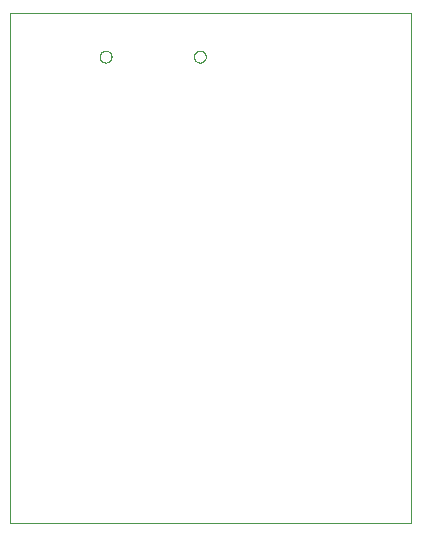
<source format=gbr>
G04 EAGLE Gerber RS-274X export*
G75*
%MOMM*%
%FSLAX34Y34*%
%LPD*%
%IN*%
%IPPOS*%
%AMOC8*
5,1,8,0,0,1.08239X$1,22.5*%
G01*
%ADD10C,0.025400*%
%ADD11C,0.000000*%


D10*
X108100Y62700D02*
X447500Y62700D01*
X447500Y494500D01*
X108100Y494500D01*
X108100Y62700D01*
D11*
X183906Y457606D02*
X183908Y457747D01*
X183914Y457888D01*
X183924Y458028D01*
X183938Y458168D01*
X183956Y458308D01*
X183977Y458447D01*
X184003Y458586D01*
X184032Y458724D01*
X184066Y458860D01*
X184103Y458996D01*
X184144Y459131D01*
X184189Y459265D01*
X184238Y459397D01*
X184290Y459528D01*
X184346Y459657D01*
X184406Y459784D01*
X184469Y459910D01*
X184535Y460034D01*
X184606Y460157D01*
X184679Y460277D01*
X184756Y460395D01*
X184836Y460511D01*
X184920Y460624D01*
X185006Y460735D01*
X185096Y460844D01*
X185189Y460950D01*
X185284Y461053D01*
X185383Y461154D01*
X185484Y461252D01*
X185588Y461347D01*
X185695Y461439D01*
X185804Y461528D01*
X185916Y461613D01*
X186030Y461696D01*
X186146Y461776D01*
X186265Y461852D01*
X186386Y461924D01*
X186508Y461994D01*
X186633Y462059D01*
X186759Y462122D01*
X186887Y462180D01*
X187017Y462235D01*
X187148Y462287D01*
X187281Y462334D01*
X187415Y462378D01*
X187550Y462419D01*
X187686Y462455D01*
X187823Y462487D01*
X187961Y462516D01*
X188099Y462541D01*
X188239Y462561D01*
X188379Y462578D01*
X188519Y462591D01*
X188660Y462600D01*
X188800Y462605D01*
X188941Y462606D01*
X189082Y462603D01*
X189223Y462596D01*
X189363Y462585D01*
X189503Y462570D01*
X189643Y462551D01*
X189782Y462529D01*
X189920Y462502D01*
X190058Y462472D01*
X190194Y462437D01*
X190330Y462399D01*
X190464Y462357D01*
X190598Y462311D01*
X190730Y462262D01*
X190860Y462208D01*
X190989Y462151D01*
X191116Y462091D01*
X191242Y462027D01*
X191365Y461959D01*
X191487Y461888D01*
X191607Y461814D01*
X191724Y461736D01*
X191839Y461655D01*
X191952Y461571D01*
X192063Y461484D01*
X192171Y461393D01*
X192276Y461300D01*
X192379Y461203D01*
X192479Y461104D01*
X192576Y461002D01*
X192670Y460897D01*
X192761Y460790D01*
X192849Y460680D01*
X192934Y460568D01*
X193016Y460453D01*
X193095Y460336D01*
X193170Y460217D01*
X193242Y460096D01*
X193310Y459973D01*
X193375Y459848D01*
X193437Y459721D01*
X193494Y459592D01*
X193549Y459462D01*
X193599Y459331D01*
X193646Y459198D01*
X193689Y459064D01*
X193728Y458928D01*
X193763Y458792D01*
X193795Y458655D01*
X193822Y458517D01*
X193846Y458378D01*
X193866Y458238D01*
X193882Y458098D01*
X193894Y457958D01*
X193902Y457817D01*
X193906Y457676D01*
X193906Y457536D01*
X193902Y457395D01*
X193894Y457254D01*
X193882Y457114D01*
X193866Y456974D01*
X193846Y456834D01*
X193822Y456695D01*
X193795Y456557D01*
X193763Y456420D01*
X193728Y456284D01*
X193689Y456148D01*
X193646Y456014D01*
X193599Y455881D01*
X193549Y455750D01*
X193494Y455620D01*
X193437Y455491D01*
X193375Y455364D01*
X193310Y455239D01*
X193242Y455116D01*
X193170Y454995D01*
X193095Y454876D01*
X193016Y454759D01*
X192934Y454644D01*
X192849Y454532D01*
X192761Y454422D01*
X192670Y454315D01*
X192576Y454210D01*
X192479Y454108D01*
X192379Y454009D01*
X192276Y453912D01*
X192171Y453819D01*
X192063Y453728D01*
X191952Y453641D01*
X191839Y453557D01*
X191724Y453476D01*
X191607Y453398D01*
X191487Y453324D01*
X191365Y453253D01*
X191242Y453185D01*
X191116Y453121D01*
X190989Y453061D01*
X190860Y453004D01*
X190730Y452950D01*
X190598Y452901D01*
X190464Y452855D01*
X190330Y452813D01*
X190194Y452775D01*
X190058Y452740D01*
X189920Y452710D01*
X189782Y452683D01*
X189643Y452661D01*
X189503Y452642D01*
X189363Y452627D01*
X189223Y452616D01*
X189082Y452609D01*
X188941Y452606D01*
X188800Y452607D01*
X188660Y452612D01*
X188519Y452621D01*
X188379Y452634D01*
X188239Y452651D01*
X188099Y452671D01*
X187961Y452696D01*
X187823Y452725D01*
X187686Y452757D01*
X187550Y452793D01*
X187415Y452834D01*
X187281Y452878D01*
X187148Y452925D01*
X187017Y452977D01*
X186887Y453032D01*
X186759Y453090D01*
X186633Y453153D01*
X186508Y453218D01*
X186386Y453288D01*
X186265Y453360D01*
X186146Y453436D01*
X186030Y453516D01*
X185916Y453599D01*
X185804Y453684D01*
X185695Y453773D01*
X185588Y453865D01*
X185484Y453960D01*
X185383Y454058D01*
X185284Y454159D01*
X185189Y454262D01*
X185096Y454368D01*
X185006Y454477D01*
X184920Y454588D01*
X184836Y454701D01*
X184756Y454817D01*
X184679Y454935D01*
X184606Y455055D01*
X184535Y455178D01*
X184469Y455302D01*
X184406Y455428D01*
X184346Y455555D01*
X184290Y455684D01*
X184238Y455815D01*
X184189Y455947D01*
X184144Y456081D01*
X184103Y456216D01*
X184066Y456352D01*
X184032Y456488D01*
X184003Y456626D01*
X183977Y456765D01*
X183956Y456904D01*
X183938Y457044D01*
X183924Y457184D01*
X183914Y457324D01*
X183908Y457465D01*
X183906Y457606D01*
X263706Y457606D02*
X263708Y457747D01*
X263714Y457888D01*
X263724Y458028D01*
X263738Y458168D01*
X263756Y458308D01*
X263777Y458447D01*
X263803Y458586D01*
X263832Y458724D01*
X263866Y458860D01*
X263903Y458996D01*
X263944Y459131D01*
X263989Y459265D01*
X264038Y459397D01*
X264090Y459528D01*
X264146Y459657D01*
X264206Y459784D01*
X264269Y459910D01*
X264335Y460034D01*
X264406Y460157D01*
X264479Y460277D01*
X264556Y460395D01*
X264636Y460511D01*
X264720Y460624D01*
X264806Y460735D01*
X264896Y460844D01*
X264989Y460950D01*
X265084Y461053D01*
X265183Y461154D01*
X265284Y461252D01*
X265388Y461347D01*
X265495Y461439D01*
X265604Y461528D01*
X265716Y461613D01*
X265830Y461696D01*
X265946Y461776D01*
X266065Y461852D01*
X266186Y461924D01*
X266308Y461994D01*
X266433Y462059D01*
X266559Y462122D01*
X266687Y462180D01*
X266817Y462235D01*
X266948Y462287D01*
X267081Y462334D01*
X267215Y462378D01*
X267350Y462419D01*
X267486Y462455D01*
X267623Y462487D01*
X267761Y462516D01*
X267899Y462541D01*
X268039Y462561D01*
X268179Y462578D01*
X268319Y462591D01*
X268460Y462600D01*
X268600Y462605D01*
X268741Y462606D01*
X268882Y462603D01*
X269023Y462596D01*
X269163Y462585D01*
X269303Y462570D01*
X269443Y462551D01*
X269582Y462529D01*
X269720Y462502D01*
X269858Y462472D01*
X269994Y462437D01*
X270130Y462399D01*
X270264Y462357D01*
X270398Y462311D01*
X270530Y462262D01*
X270660Y462208D01*
X270789Y462151D01*
X270916Y462091D01*
X271042Y462027D01*
X271165Y461959D01*
X271287Y461888D01*
X271407Y461814D01*
X271524Y461736D01*
X271639Y461655D01*
X271752Y461571D01*
X271863Y461484D01*
X271971Y461393D01*
X272076Y461300D01*
X272179Y461203D01*
X272279Y461104D01*
X272376Y461002D01*
X272470Y460897D01*
X272561Y460790D01*
X272649Y460680D01*
X272734Y460568D01*
X272816Y460453D01*
X272895Y460336D01*
X272970Y460217D01*
X273042Y460096D01*
X273110Y459973D01*
X273175Y459848D01*
X273237Y459721D01*
X273294Y459592D01*
X273349Y459462D01*
X273399Y459331D01*
X273446Y459198D01*
X273489Y459064D01*
X273528Y458928D01*
X273563Y458792D01*
X273595Y458655D01*
X273622Y458517D01*
X273646Y458378D01*
X273666Y458238D01*
X273682Y458098D01*
X273694Y457958D01*
X273702Y457817D01*
X273706Y457676D01*
X273706Y457536D01*
X273702Y457395D01*
X273694Y457254D01*
X273682Y457114D01*
X273666Y456974D01*
X273646Y456834D01*
X273622Y456695D01*
X273595Y456557D01*
X273563Y456420D01*
X273528Y456284D01*
X273489Y456148D01*
X273446Y456014D01*
X273399Y455881D01*
X273349Y455750D01*
X273294Y455620D01*
X273237Y455491D01*
X273175Y455364D01*
X273110Y455239D01*
X273042Y455116D01*
X272970Y454995D01*
X272895Y454876D01*
X272816Y454759D01*
X272734Y454644D01*
X272649Y454532D01*
X272561Y454422D01*
X272470Y454315D01*
X272376Y454210D01*
X272279Y454108D01*
X272179Y454009D01*
X272076Y453912D01*
X271971Y453819D01*
X271863Y453728D01*
X271752Y453641D01*
X271639Y453557D01*
X271524Y453476D01*
X271407Y453398D01*
X271287Y453324D01*
X271165Y453253D01*
X271042Y453185D01*
X270916Y453121D01*
X270789Y453061D01*
X270660Y453004D01*
X270530Y452950D01*
X270398Y452901D01*
X270264Y452855D01*
X270130Y452813D01*
X269994Y452775D01*
X269858Y452740D01*
X269720Y452710D01*
X269582Y452683D01*
X269443Y452661D01*
X269303Y452642D01*
X269163Y452627D01*
X269023Y452616D01*
X268882Y452609D01*
X268741Y452606D01*
X268600Y452607D01*
X268460Y452612D01*
X268319Y452621D01*
X268179Y452634D01*
X268039Y452651D01*
X267899Y452671D01*
X267761Y452696D01*
X267623Y452725D01*
X267486Y452757D01*
X267350Y452793D01*
X267215Y452834D01*
X267081Y452878D01*
X266948Y452925D01*
X266817Y452977D01*
X266687Y453032D01*
X266559Y453090D01*
X266433Y453153D01*
X266308Y453218D01*
X266186Y453288D01*
X266065Y453360D01*
X265946Y453436D01*
X265830Y453516D01*
X265716Y453599D01*
X265604Y453684D01*
X265495Y453773D01*
X265388Y453865D01*
X265284Y453960D01*
X265183Y454058D01*
X265084Y454159D01*
X264989Y454262D01*
X264896Y454368D01*
X264806Y454477D01*
X264720Y454588D01*
X264636Y454701D01*
X264556Y454817D01*
X264479Y454935D01*
X264406Y455055D01*
X264335Y455178D01*
X264269Y455302D01*
X264206Y455428D01*
X264146Y455555D01*
X264090Y455684D01*
X264038Y455815D01*
X263989Y455947D01*
X263944Y456081D01*
X263903Y456216D01*
X263866Y456352D01*
X263832Y456488D01*
X263803Y456626D01*
X263777Y456765D01*
X263756Y456904D01*
X263738Y457044D01*
X263724Y457184D01*
X263714Y457324D01*
X263708Y457465D01*
X263706Y457606D01*
M02*

</source>
